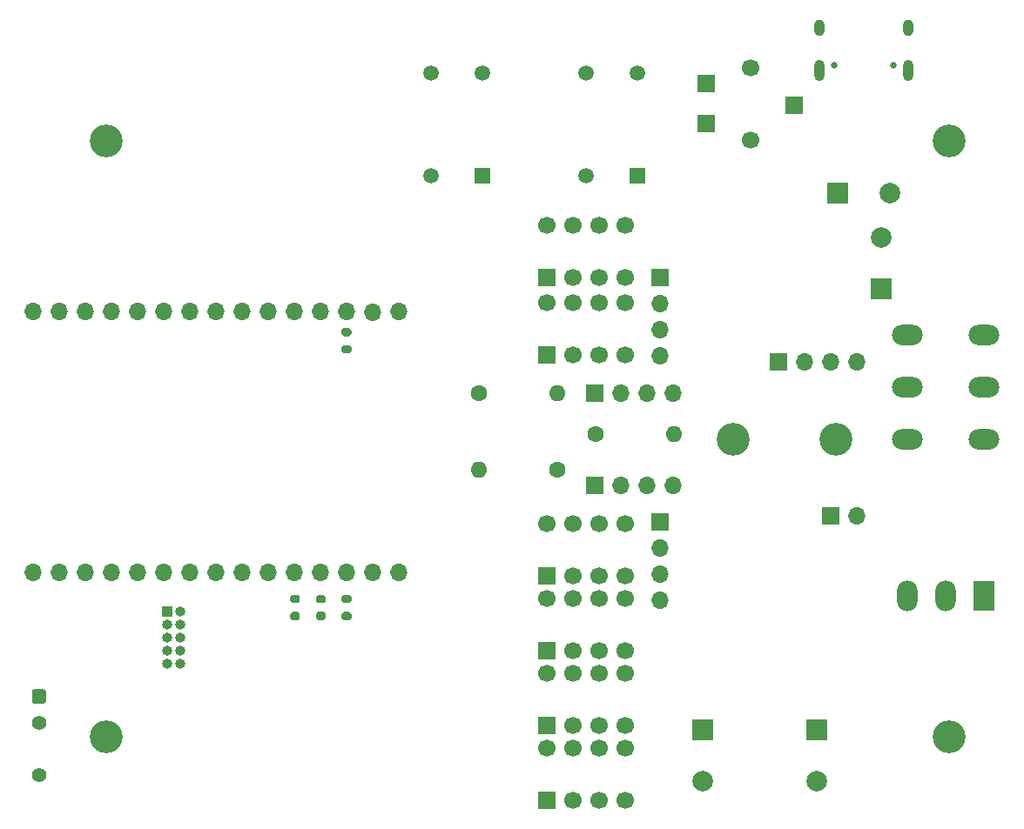
<source format=gbr>
%TF.GenerationSoftware,KiCad,Pcbnew,5.1.10-88a1d61d58~88~ubuntu18.04.1*%
%TF.CreationDate,2021-08-18T13:18:07+02:00*%
%TF.ProjectId,saba-fernbedienung,73616261-2d66-4657-926e-62656469656e,rev?*%
%TF.SameCoordinates,Original*%
%TF.FileFunction,Soldermask,Bot*%
%TF.FilePolarity,Negative*%
%FSLAX46Y46*%
G04 Gerber Fmt 4.6, Leading zero omitted, Abs format (unit mm)*
G04 Created by KiCad (PCBNEW 5.1.10-88a1d61d58~88~ubuntu18.04.1) date 2021-08-18 13:18:07*
%MOMM*%
%LPD*%
G01*
G04 APERTURE LIST*
%ADD10C,3.200000*%
%ADD11C,1.700000*%
%ADD12R,2.000000X2.000000*%
%ADD13C,2.000000*%
%ADD14R,1.700000X1.700000*%
%ADD15O,3.000000X2.000000*%
%ADD16O,2.000000X3.000000*%
%ADD17R,2.000000X3.000000*%
%ADD18C,1.520000*%
%ADD19R,1.520000X1.520000*%
%ADD20O,1.700000X1.700000*%
%ADD21O,1.000000X2.100000*%
%ADD22C,0.650000*%
%ADD23O,1.000000X1.600000*%
%ADD24C,1.400000*%
%ADD25C,1.600000*%
%ADD26O,1.600000X1.600000*%
%ADD27O,1.000000X1.000000*%
%ADD28R,1.000000X1.000000*%
G04 APERTURE END LIST*
D10*
%TO.C,REF\u002A\u002A*%
X180000000Y-101500000D03*
%TD*%
%TO.C,REF\u002A\u002A*%
X170000000Y-101500000D03*
%TD*%
%TO.C,REF\u002A\u002A*%
X191000000Y-130500000D03*
%TD*%
%TO.C,REF\u002A\u002A*%
X109000000Y-72500000D03*
%TD*%
%TO.C,REF\u002A\u002A*%
X109000000Y-130500000D03*
%TD*%
%TO.C,REF\u002A\u002A*%
X191000000Y-72500000D03*
%TD*%
D11*
%TO.C,J305*%
X171700000Y-72400000D03*
X171700000Y-65400000D03*
%TD*%
D12*
%TO.C,C405*%
X180200000Y-77600000D03*
D13*
X185200000Y-77600000D03*
%TD*%
D12*
%TO.C,C402*%
X184400000Y-86900000D03*
D13*
X184400000Y-81900000D03*
%TD*%
D14*
%TO.C,J310*%
X167400000Y-70800000D03*
%TD*%
%TO.C,J309*%
X175900000Y-69000000D03*
%TD*%
%TO.C,J308*%
X167400000Y-66900000D03*
%TD*%
D15*
%TO.C,K607*%
X194400000Y-91400000D03*
X186900000Y-96440000D03*
X194400000Y-101480000D03*
X186900000Y-101480000D03*
X186900000Y-91400000D03*
X194400000Y-96440000D03*
D16*
X186900000Y-116740000D03*
D17*
X194400000Y-116740000D03*
D16*
X190650000Y-116740000D03*
%TD*%
D18*
%TO.C,T702*%
X155700000Y-75900000D03*
D19*
X160700000Y-75900000D03*
D18*
X155700000Y-65900000D03*
X160700000Y-65900000D03*
%TD*%
%TO.C,T701*%
X140600000Y-75900000D03*
D19*
X145600000Y-75900000D03*
D18*
X140600000Y-65900000D03*
X145600000Y-65900000D03*
%TD*%
D20*
%TO.C,U201*%
X137490000Y-114500000D03*
X134950000Y-114500000D03*
X132410000Y-114500000D03*
X129870000Y-114500000D03*
X127330000Y-114500000D03*
X124790000Y-114500000D03*
X122250000Y-114500000D03*
X119710000Y-114500000D03*
X117170000Y-114500000D03*
X114630000Y-114500000D03*
X112090000Y-114500000D03*
X109550000Y-114500000D03*
X107010000Y-114500000D03*
X104470000Y-114500000D03*
X101930000Y-114500000D03*
X101930000Y-89100000D03*
X104470000Y-89100000D03*
X107010000Y-89100000D03*
X109550000Y-89100000D03*
X112090000Y-89100000D03*
X114630000Y-89100000D03*
X117170000Y-89100000D03*
X119710000Y-89100000D03*
X122250000Y-89100000D03*
X124790000Y-89100000D03*
X127330000Y-89100000D03*
X129870000Y-89100000D03*
X132410000Y-89100000D03*
X134950000Y-89150800D03*
X137488000Y-89100800D03*
%TD*%
D12*
%TO.C,C415*%
X178100000Y-129800000D03*
D13*
X178100000Y-134800000D03*
%TD*%
D14*
%TO.C,K606*%
X151880000Y-114800000D03*
D11*
X154420000Y-114800000D03*
X156960000Y-114800000D03*
X159500000Y-114800000D03*
X159500000Y-109720000D03*
X156960000Y-109720000D03*
X154420000Y-109720000D03*
X151880000Y-109720000D03*
%TD*%
D14*
%TO.C,K605*%
X151880000Y-136680000D03*
D11*
X154420000Y-136680000D03*
X156960000Y-136680000D03*
X159500000Y-136680000D03*
X159500000Y-131600000D03*
X156960000Y-131600000D03*
X154420000Y-131600000D03*
X151880000Y-131600000D03*
%TD*%
D14*
%TO.C,K604*%
X151880000Y-129380000D03*
D11*
X154420000Y-129380000D03*
X156960000Y-129380000D03*
X159500000Y-129380000D03*
X159500000Y-124300000D03*
X156960000Y-124300000D03*
X154420000Y-124300000D03*
X151880000Y-124300000D03*
%TD*%
D14*
%TO.C,K603*%
X151880000Y-85800000D03*
D11*
X154420000Y-85800000D03*
X156960000Y-85800000D03*
X159500000Y-85800000D03*
X159500000Y-80720000D03*
X156960000Y-80720000D03*
X154420000Y-80720000D03*
X151880000Y-80720000D03*
%TD*%
D14*
%TO.C,K602*%
X151880000Y-122080000D03*
D11*
X154420000Y-122080000D03*
X156960000Y-122080000D03*
X159500000Y-122080000D03*
X159500000Y-117000000D03*
X156960000Y-117000000D03*
X154420000Y-117000000D03*
X151880000Y-117000000D03*
%TD*%
D14*
%TO.C,K601*%
X151880000Y-93300000D03*
D11*
X154420000Y-93300000D03*
X156960000Y-93300000D03*
X159500000Y-93300000D03*
X159500000Y-88220000D03*
X156960000Y-88220000D03*
X154420000Y-88220000D03*
X151880000Y-88220000D03*
%TD*%
D14*
%TO.C,J306*%
X179500000Y-109000000D03*
D20*
X182040000Y-109000000D03*
%TD*%
D21*
%TO.C,J312*%
X178360000Y-65630000D03*
X187000000Y-65630000D03*
D22*
X185570000Y-65100000D03*
D23*
X187000000Y-61450000D03*
D22*
X179790000Y-65100000D03*
D23*
X178360000Y-61450000D03*
%TD*%
%TO.C,U301*%
G36*
G01*
X102049200Y-125860000D02*
X102950800Y-125860000D01*
G75*
G02*
X103200000Y-126109200I0J-249200D01*
G01*
X103200000Y-127010800D01*
G75*
G02*
X102950800Y-127260000I-249200J0D01*
G01*
X102049200Y-127260000D01*
G75*
G02*
X101800000Y-127010800I0J249200D01*
G01*
X101800000Y-126109200D01*
G75*
G02*
X102049200Y-125860000I249200J0D01*
G01*
G37*
D24*
X102500000Y-129100000D03*
X102500000Y-134180000D03*
%TD*%
D25*
%TO.C,R618*%
X152900000Y-104500000D03*
D26*
X145280000Y-104500000D03*
%TD*%
%TO.C,R617*%
X164250000Y-101000000D03*
D25*
X156630000Y-101000000D03*
%TD*%
D26*
%TO.C,R603*%
X152870000Y-97000000D03*
D25*
X145250000Y-97000000D03*
%TD*%
%TO.C,R209*%
G36*
G01*
X132675000Y-117475000D02*
X132125000Y-117475000D01*
G75*
G02*
X131925000Y-117275000I0J200000D01*
G01*
X131925000Y-116875000D01*
G75*
G02*
X132125000Y-116675000I200000J0D01*
G01*
X132675000Y-116675000D01*
G75*
G02*
X132875000Y-116875000I0J-200000D01*
G01*
X132875000Y-117275000D01*
G75*
G02*
X132675000Y-117475000I-200000J0D01*
G01*
G37*
G36*
G01*
X132675000Y-119125000D02*
X132125000Y-119125000D01*
G75*
G02*
X131925000Y-118925000I0J200000D01*
G01*
X131925000Y-118525000D01*
G75*
G02*
X132125000Y-118325000I200000J0D01*
G01*
X132675000Y-118325000D01*
G75*
G02*
X132875000Y-118525000I0J-200000D01*
G01*
X132875000Y-118925000D01*
G75*
G02*
X132675000Y-119125000I-200000J0D01*
G01*
G37*
%TD*%
%TO.C,R208*%
G36*
G01*
X127675000Y-117475000D02*
X127125000Y-117475000D01*
G75*
G02*
X126925000Y-117275000I0J200000D01*
G01*
X126925000Y-116875000D01*
G75*
G02*
X127125000Y-116675000I200000J0D01*
G01*
X127675000Y-116675000D01*
G75*
G02*
X127875000Y-116875000I0J-200000D01*
G01*
X127875000Y-117275000D01*
G75*
G02*
X127675000Y-117475000I-200000J0D01*
G01*
G37*
G36*
G01*
X127675000Y-119125000D02*
X127125000Y-119125000D01*
G75*
G02*
X126925000Y-118925000I0J200000D01*
G01*
X126925000Y-118525000D01*
G75*
G02*
X127125000Y-118325000I200000J0D01*
G01*
X127675000Y-118325000D01*
G75*
G02*
X127875000Y-118525000I0J-200000D01*
G01*
X127875000Y-118925000D01*
G75*
G02*
X127675000Y-119125000I-200000J0D01*
G01*
G37*
%TD*%
%TO.C,R207*%
G36*
G01*
X132675000Y-91500000D02*
X132125000Y-91500000D01*
G75*
G02*
X131925000Y-91300000I0J200000D01*
G01*
X131925000Y-90900000D01*
G75*
G02*
X132125000Y-90700000I200000J0D01*
G01*
X132675000Y-90700000D01*
G75*
G02*
X132875000Y-90900000I0J-200000D01*
G01*
X132875000Y-91300000D01*
G75*
G02*
X132675000Y-91500000I-200000J0D01*
G01*
G37*
G36*
G01*
X132675000Y-93150000D02*
X132125000Y-93150000D01*
G75*
G02*
X131925000Y-92950000I0J200000D01*
G01*
X131925000Y-92550000D01*
G75*
G02*
X132125000Y-92350000I200000J0D01*
G01*
X132675000Y-92350000D01*
G75*
G02*
X132875000Y-92550000I0J-200000D01*
G01*
X132875000Y-92950000D01*
G75*
G02*
X132675000Y-93150000I-200000J0D01*
G01*
G37*
%TD*%
%TO.C,R206*%
G36*
G01*
X130175000Y-117475000D02*
X129625000Y-117475000D01*
G75*
G02*
X129425000Y-117275000I0J200000D01*
G01*
X129425000Y-116875000D01*
G75*
G02*
X129625000Y-116675000I200000J0D01*
G01*
X130175000Y-116675000D01*
G75*
G02*
X130375000Y-116875000I0J-200000D01*
G01*
X130375000Y-117275000D01*
G75*
G02*
X130175000Y-117475000I-200000J0D01*
G01*
G37*
G36*
G01*
X130175000Y-119125000D02*
X129625000Y-119125000D01*
G75*
G02*
X129425000Y-118925000I0J200000D01*
G01*
X129425000Y-118525000D01*
G75*
G02*
X129625000Y-118325000I200000J0D01*
G01*
X130175000Y-118325000D01*
G75*
G02*
X130375000Y-118525000I0J-200000D01*
G01*
X130375000Y-118925000D01*
G75*
G02*
X130175000Y-119125000I-200000J0D01*
G01*
G37*
%TD*%
D20*
%TO.C,J311*%
X162900000Y-117220000D03*
X162900000Y-114680000D03*
X162900000Y-112140000D03*
D14*
X162900000Y-109600000D03*
%TD*%
%TO.C,J307*%
X174400000Y-94000000D03*
D20*
X176940000Y-94000000D03*
X179480000Y-94000000D03*
X182020000Y-94000000D03*
%TD*%
D14*
%TO.C,J304*%
X156500000Y-106000000D03*
D20*
X159040000Y-106000000D03*
X161580000Y-106000000D03*
X164120000Y-106000000D03*
%TD*%
D14*
%TO.C,J302*%
X162900000Y-85800000D03*
D20*
X162900000Y-88340000D03*
X162900000Y-90880000D03*
X162900000Y-93420000D03*
%TD*%
D14*
%TO.C,J301*%
X156500000Y-97000000D03*
D20*
X159040000Y-97000000D03*
X161580000Y-97000000D03*
X164120000Y-97000000D03*
%TD*%
D27*
%TO.C,J201*%
X116200000Y-123340000D03*
X114930000Y-123340000D03*
X116200000Y-122070000D03*
X114930000Y-122070000D03*
X116200000Y-120800000D03*
X114930000Y-120800000D03*
X116200000Y-119530000D03*
X114930000Y-119530000D03*
X116200000Y-118260000D03*
D28*
X114930000Y-118260000D03*
%TD*%
D12*
%TO.C,C407*%
X167000000Y-129800000D03*
D13*
X167000000Y-134800000D03*
%TD*%
M02*

</source>
